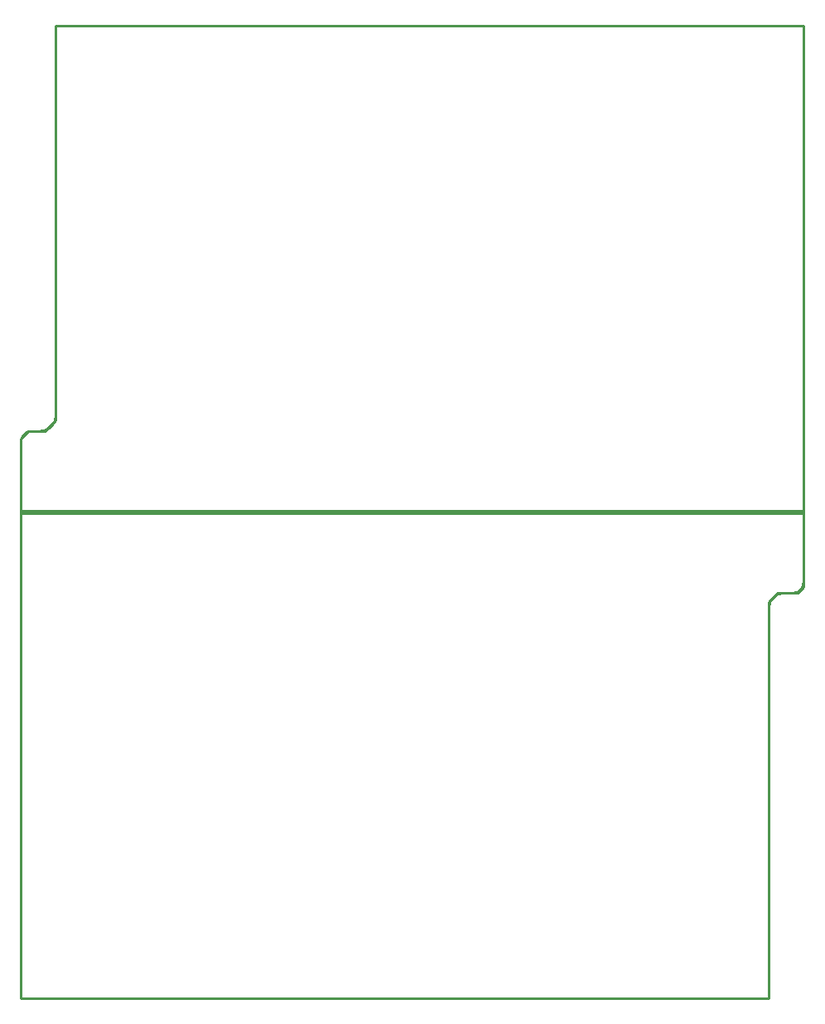
<source format=gko>
G04*
G04 #@! TF.GenerationSoftware,Altium Limited,Altium Designer,24.4.1 (13)*
G04*
G04 Layer_Color=16711935*
%FSTAX25Y25*%
%MOIN*%
G70*
G04*
G04 #@! TF.SameCoordinates,D68B6D5F-11C5-45A1-AF62-CA48ED7D446B*
G04*
G04*
G04 #@! TF.FilePolarity,Positive*
G04*
G01*
G75*
%ADD25C,0.01000*%
D25*
Y0225D01*
X0003Y0228D01*
X0004D01*
X00095D01*
X0014Y02325D01*
Y0234D01*
Y0391D01*
X0315D01*
Y01655D02*
Y0391D01*
X03125Y0163D02*
X0315Y01655D01*
X0311Y0163D02*
X03125D01*
X03045D02*
X0311D01*
X0304Y01625D02*
X03045Y0163D01*
X0301Y01595D02*
X0304Y01625D01*
X0301Y0158D02*
Y01595D01*
Y0D02*
Y0158D01*
X0Y0D02*
X0301D01*
X0004028Y0228063D02*
G03*
X0000028Y0223063I00005J-00045D01*
G01*
X0008028Y0228063D02*
G03*
X0014028Y0234063I0J0006D01*
G01*
X0000028Y0196063D02*
Y0223063D01*
Y0196063D02*
X0315028D01*
X0004028Y0228063D02*
X0008028D01*
X0014028Y0390945D02*
X0014028Y0234063D01*
X0315028Y0196063D02*
Y0390945D01*
X0014028Y0390945D02*
X0315028Y0390945D01*
X0310933Y0162882D02*
G03*
X0314933Y0167882I-00005J00045D01*
G01*
X0306933Y0162882D02*
G03*
X0300933Y0156882I0J-0006D01*
G01*
X0314933Y0194882D02*
Y0167882D01*
Y0194882D02*
X-0000067D01*
X0310933Y0162882D02*
X0306933D01*
X0300933Y0D02*
X0300933Y0156882D01*
X-0000067Y0194882D02*
Y0D01*
X0300933Y0D02*
X-0000067Y0D01*
M02*

</source>
